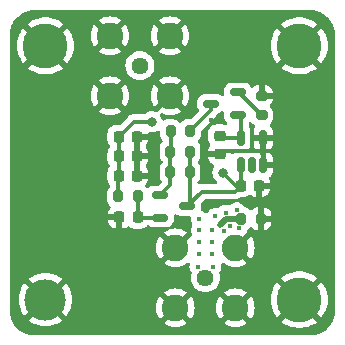
<source format=gtl>
%TF.GenerationSoftware,KiCad,Pcbnew,7.0.6*%
%TF.CreationDate,2023-08-28T22:53:50+01:00*%
%TF.ProjectId,SiPM Bias,5369504d-2042-4696-9173-2e6b69636164,rev?*%
%TF.SameCoordinates,Original*%
%TF.FileFunction,Copper,L1,Top*%
%TF.FilePolarity,Positive*%
%FSLAX46Y46*%
G04 Gerber Fmt 4.6, Leading zero omitted, Abs format (unit mm)*
G04 Created by KiCad (PCBNEW 7.0.6) date 2023-08-28 22:53:50*
%MOMM*%
%LPD*%
G01*
G04 APERTURE LIST*
G04 Aperture macros list*
%AMRoundRect*
0 Rectangle with rounded corners*
0 $1 Rounding radius*
0 $2 $3 $4 $5 $6 $7 $8 $9 X,Y pos of 4 corners*
0 Add a 4 corners polygon primitive as box body*
4,1,4,$2,$3,$4,$5,$6,$7,$8,$9,$2,$3,0*
0 Add four circle primitives for the rounded corners*
1,1,$1+$1,$2,$3*
1,1,$1+$1,$4,$5*
1,1,$1+$1,$6,$7*
1,1,$1+$1,$8,$9*
0 Add four rect primitives between the rounded corners*
20,1,$1+$1,$2,$3,$4,$5,0*
20,1,$1+$1,$4,$5,$6,$7,0*
20,1,$1+$1,$6,$7,$8,$9,0*
20,1,$1+$1,$8,$9,$2,$3,0*%
G04 Aperture macros list end*
%TA.AperFunction,ComponentPad*%
%ADD10C,3.800000*%
%TD*%
%TA.AperFunction,ComponentPad*%
%ADD11C,3.500000*%
%TD*%
%TA.AperFunction,SMDPad,CuDef*%
%ADD12RoundRect,0.150000X0.512500X0.150000X-0.512500X0.150000X-0.512500X-0.150000X0.512500X-0.150000X0*%
%TD*%
%TA.AperFunction,SMDPad,CuDef*%
%ADD13RoundRect,0.150000X0.150000X-0.512500X0.150000X0.512500X-0.150000X0.512500X-0.150000X-0.512500X0*%
%TD*%
%TA.AperFunction,SMDPad,CuDef*%
%ADD14RoundRect,0.200000X-0.200000X-0.275000X0.200000X-0.275000X0.200000X0.275000X-0.200000X0.275000X0*%
%TD*%
%TA.AperFunction,ComponentPad*%
%ADD15C,1.440000*%
%TD*%
%TA.AperFunction,ComponentPad*%
%ADD16C,2.250000*%
%TD*%
%TA.AperFunction,SMDPad,CuDef*%
%ADD17RoundRect,0.225000X-0.225000X-0.250000X0.225000X-0.250000X0.225000X0.250000X-0.225000X0.250000X0*%
%TD*%
%TA.AperFunction,SMDPad,CuDef*%
%ADD18RoundRect,0.225000X-0.250000X0.225000X-0.250000X-0.225000X0.250000X-0.225000X0.250000X0.225000X0*%
%TD*%
%TA.AperFunction,SMDPad,CuDef*%
%ADD19RoundRect,0.150000X-0.512500X-0.150000X0.512500X-0.150000X0.512500X0.150000X-0.512500X0.150000X0*%
%TD*%
%TA.AperFunction,SMDPad,CuDef*%
%ADD20RoundRect,0.200000X0.275000X-0.200000X0.275000X0.200000X-0.275000X0.200000X-0.275000X-0.200000X0*%
%TD*%
%TA.AperFunction,SMDPad,CuDef*%
%ADD21RoundRect,0.200000X0.200000X0.275000X-0.200000X0.275000X-0.200000X-0.275000X0.200000X-0.275000X0*%
%TD*%
%TA.AperFunction,SMDPad,CuDef*%
%ADD22RoundRect,0.225000X0.225000X0.250000X-0.225000X0.250000X-0.225000X-0.250000X0.225000X-0.250000X0*%
%TD*%
%TA.AperFunction,ViaPad*%
%ADD23C,0.400000*%
%TD*%
%TA.AperFunction,ViaPad*%
%ADD24C,0.800000*%
%TD*%
%TA.AperFunction,Conductor*%
%ADD25C,0.300000*%
%TD*%
%TA.AperFunction,Conductor*%
%ADD26C,0.500000*%
%TD*%
G04 APERTURE END LIST*
D10*
%TO.P,REF\u002A\u002A,1*%
%TO.N,GND*%
X160400001Y-80700001D03*
%TD*%
%TO.P,REF\u002A\u002A,1*%
%TO.N,GND*%
X138900001Y-80700001D03*
%TD*%
D11*
%TO.P,REF\u002A\u002A,1*%
%TO.N,GND*%
X138900001Y-102200001D03*
%TD*%
D10*
%TO.P,REF\u002A\u002A,1*%
%TO.N,GND*%
X160400001Y-102200001D03*
%TD*%
D12*
%TO.P,Q1,3,C*%
%TO.N,Net-(Q1-C)*%
X152912501Y-85600001D03*
%TO.P,Q1,2,E*%
%TO.N,Net-(Q1-E)*%
X155187501Y-84650001D03*
%TO.P,Q1,1,B*%
%TO.N,Net-(Q1-B)*%
X155187501Y-86550001D03*
%TD*%
D13*
%TO.P,U1,5,OUT*%
%TO.N,Net-(Q1-B)*%
X155450001Y-88512501D03*
%TO.P,U1,4,GND*%
%TO.N,GND*%
X157350001Y-88512501D03*
%TO.P,U1,3,GND*%
X157350001Y-90787501D03*
%TO.P,U1,2,NC*%
%TO.N,unconnected-(U1-NC-Pad2)*%
X156400001Y-90787501D03*
%TO.P,U1,1,IN*%
%TO.N,BIAS*%
X155450001Y-90787501D03*
%TD*%
D14*
%TO.P,R5,1*%
%TO.N,SiPM*%
X155475000Y-95350000D03*
%TO.P,R5,2*%
%TO.N,GND*%
X157125000Y-95350000D03*
%TD*%
D15*
%TO.P,J3,1,In*%
%TO.N,SiPM*%
X152450000Y-100350000D03*
D16*
%TO.P,J3,2,Ext*%
%TO.N,GND*%
X154990000Y-102890000D03*
X154990000Y-97810000D03*
X149910000Y-102890000D03*
X149910000Y-97810000D03*
%TD*%
%TO.P,J2,2,Ext*%
%TO.N,GND*%
X144360000Y-79860000D03*
X144360000Y-84940000D03*
X149440000Y-79860000D03*
X149440000Y-84940000D03*
D15*
%TO.P,J2,1,In*%
%TO.N,BIAS*%
X146900000Y-82400000D03*
%TD*%
D17*
%TO.P,C6,1*%
%TO.N,Net-(D1-C)*%
X145100002Y-88412503D03*
%TO.P,C6,2*%
%TO.N,GND*%
X146650002Y-88412503D03*
%TD*%
%TO.P,C4,1*%
%TO.N,Net-(D1-C)*%
X145100001Y-91712502D03*
%TO.P,C4,2*%
%TO.N,GND*%
X146650001Y-91712502D03*
%TD*%
D18*
%TO.P,C2,1*%
%TO.N,Net-(Q1-B)*%
X153650001Y-88325001D03*
%TO.P,C2,2*%
%TO.N,GND*%
X153650001Y-89875001D03*
%TD*%
D14*
%TO.P,R2,2*%
%TO.N,Net-(Q1-C)*%
X151150001Y-87912502D03*
%TO.P,R2,1*%
%TO.N,Net-(Q2-B)*%
X149500001Y-87912502D03*
%TD*%
D19*
%TO.P,Q2,3,C*%
%TO.N,BIAS*%
X150887501Y-94312501D03*
%TO.P,Q2,2,E*%
%TO.N,Net-(Q2-E)*%
X148612501Y-95262501D03*
%TO.P,Q2,1,B*%
%TO.N,Net-(Q2-B)*%
X148612501Y-93362501D03*
%TD*%
D20*
%TO.P,R3,1*%
%TO.N,Net-(Q1-E)*%
X157200001Y-86612502D03*
%TO.P,R3,2*%
%TO.N,GND*%
X157200001Y-84962502D03*
%TD*%
D21*
%TO.P,R4,1*%
%TO.N,Net-(Q2-E)*%
X146700001Y-93462502D03*
%TO.P,R4,2*%
%TO.N,Net-(D1-C)*%
X145050001Y-93462502D03*
%TD*%
%TO.P,R1,2*%
%TO.N,Net-(Q2-B)*%
X149475002Y-91412503D03*
%TO.P,R1,1*%
%TO.N,BIAS*%
X151125002Y-91412503D03*
%TD*%
D17*
%TO.P,C1,2*%
%TO.N,GND*%
X156975001Y-92550001D03*
%TO.P,C1,1*%
%TO.N,BIAS*%
X155425001Y-92550001D03*
%TD*%
%TO.P,C5,1*%
%TO.N,Net-(D1-C)*%
X145100002Y-90062502D03*
%TO.P,C5,2*%
%TO.N,GND*%
X146650002Y-90062502D03*
%TD*%
D21*
%TO.P,TH1,1*%
%TO.N,BIAS*%
X151125002Y-89662503D03*
%TO.P,TH1,2*%
%TO.N,Net-(Q2-B)*%
X149475002Y-89662503D03*
%TD*%
D22*
%TO.P,C3,1*%
%TO.N,Net-(Q2-E)*%
X146700001Y-95212503D03*
%TO.P,C3,2*%
%TO.N,GND*%
X145150001Y-95212503D03*
%TD*%
D23*
%TO.N,GND*%
X147900001Y-92300001D03*
X152950001Y-87000001D03*
D24*
X159500001Y-89600001D03*
D23*
%TO.N,*%
X153250000Y-95150000D03*
X154150000Y-94850000D03*
X155100000Y-94650000D03*
X155300000Y-96100000D03*
X154500001Y-96000001D03*
X154050000Y-96400000D03*
X153000000Y-96350000D03*
X153000000Y-97350000D03*
X153000000Y-98350000D03*
X153100000Y-99400000D03*
X151800000Y-99400000D03*
X151900000Y-98350000D03*
X151900000Y-97350000D03*
X151900000Y-96350000D03*
X151900000Y-95350000D03*
%TO.N,SiPM*%
X153650000Y-95850000D03*
D24*
%TO.N,BIAS*%
X153950001Y-91450001D03*
%TO.N,Net-(D1-C)*%
X147900001Y-87150001D03*
%TD*%
D25*
%TO.N,GND*%
X153925001Y-89600001D02*
X159500001Y-89600001D01*
X153650001Y-89875001D02*
X153925001Y-89600001D01*
D26*
%TO.N,SiPM*%
X154150000Y-95350000D02*
X153650000Y-95850000D01*
X155475000Y-95350000D02*
X154150000Y-95350000D01*
D25*
%TO.N,BIAS*%
X151125001Y-94075001D02*
X150887501Y-94312501D01*
X151125001Y-89662503D02*
X151125001Y-94075001D01*
X152150001Y-93050001D02*
X154925001Y-93050001D01*
X154925001Y-93050001D02*
X155425001Y-92550001D01*
X150887501Y-94312501D02*
X152150001Y-93050001D01*
X155050001Y-92550001D02*
X153950001Y-91450001D01*
X155425001Y-92550001D02*
X155050001Y-92550001D01*
%TO.N,Net-(Q1-E)*%
X155237500Y-84650001D02*
X157200001Y-86612502D01*
X155187501Y-84650001D02*
X155237500Y-84650001D01*
%TO.N,BIAS*%
X155425001Y-90812501D02*
X155450001Y-90787501D01*
X155425001Y-92550001D02*
X155425001Y-90812501D01*
%TO.N,Net-(Q1-B)*%
X153837501Y-88512501D02*
X153650001Y-88325001D01*
X155450001Y-88512501D02*
X153837501Y-88512501D01*
X155450001Y-86812501D02*
X155187501Y-86550001D01*
X155450001Y-88512501D02*
X155450001Y-86812501D01*
%TO.N,Net-(Q1-C)*%
X152912501Y-86150002D02*
X151150001Y-87912502D01*
X152912501Y-85600001D02*
X152912501Y-86150002D01*
%TO.N,Net-(D1-C)*%
X146362504Y-87150001D02*
X147900001Y-87150001D01*
X145100002Y-88412503D02*
X146362504Y-87150001D01*
%TO.N,Net-(Q2-E)*%
X146749999Y-95262503D02*
X146700001Y-95212504D01*
X148612500Y-95262503D02*
X146749999Y-95262503D01*
%TO.N,Net-(D1-C)*%
X145100000Y-90062502D02*
X145100000Y-88412503D01*
X145100001Y-91712501D02*
X145100000Y-90062502D01*
X145050001Y-91762503D02*
X145100001Y-91712501D01*
X145050001Y-93462502D02*
X145050001Y-91762503D01*
%TO.N,Net-(Q2-E)*%
X146700001Y-95212504D02*
X146700001Y-93462502D01*
%TO.N,Net-(Q2-B)*%
X149475001Y-92500002D02*
X148612500Y-93362503D01*
X149475001Y-91412501D02*
X149475001Y-92500002D01*
X149475002Y-89662503D02*
X149475001Y-91412501D01*
X149500001Y-89637503D02*
X149475002Y-89662503D01*
X149500001Y-87912502D02*
X149500001Y-89637503D01*
%TD*%
%TA.AperFunction,Conductor*%
%TO.N,GND*%
G36*
X148536476Y-87890254D02*
G01*
X148585171Y-87940360D01*
X148599501Y-87998227D01*
X148599501Y-88244115D01*
X148605914Y-88314694D01*
X148605914Y-88314696D01*
X148605915Y-88314698D01*
X148656523Y-88477108D01*
X148744529Y-88622687D01*
X148809164Y-88687322D01*
X148842648Y-88748643D01*
X148837664Y-88818335D01*
X148809164Y-88862683D01*
X148719531Y-88952316D01*
X148631524Y-89097896D01*
X148580915Y-89260310D01*
X148575784Y-89316778D01*
X148574502Y-89330887D01*
X148574502Y-89994119D01*
X148576364Y-90014606D01*
X148580915Y-90064695D01*
X148580915Y-90064697D01*
X148580916Y-90064699D01*
X148631524Y-90227109D01*
X148719530Y-90372688D01*
X148788183Y-90441341D01*
X148821667Y-90502662D01*
X148824501Y-90529021D01*
X148824501Y-90545983D01*
X148804816Y-90613022D01*
X148788183Y-90633663D01*
X148719532Y-90702315D01*
X148719530Y-90702317D01*
X148631524Y-90847896D01*
X148580915Y-91010310D01*
X148574502Y-91080889D01*
X148574502Y-91744116D01*
X148580915Y-91814695D01*
X148580915Y-91814697D01*
X148580916Y-91814699D01*
X148631524Y-91977109D01*
X148713274Y-92112340D01*
X148719532Y-92122691D01*
X148738266Y-92141424D01*
X148771753Y-92202746D01*
X148766770Y-92272438D01*
X148738268Y-92316788D01*
X148529375Y-92525682D01*
X148468052Y-92559167D01*
X148441694Y-92562001D01*
X148034305Y-92562001D01*
X147997433Y-92564902D01*
X147997427Y-92564903D01*
X147839607Y-92610755D01*
X147839604Y-92610756D01*
X147698138Y-92694418D01*
X147698133Y-92694422D01*
X147635535Y-92757019D01*
X147574211Y-92790503D01*
X147504520Y-92785517D01*
X147460174Y-92757017D01*
X147370663Y-92667506D01*
X147337178Y-92606183D01*
X147342162Y-92536491D01*
X147370663Y-92492143D01*
X147447577Y-92415229D01*
X147536543Y-92270994D01*
X147536548Y-92270983D01*
X147589856Y-92110108D01*
X147600000Y-92010824D01*
X147600001Y-92010811D01*
X147600001Y-91962502D01*
X146524001Y-91962502D01*
X146456962Y-91942817D01*
X146411207Y-91890013D01*
X146400001Y-91838502D01*
X146400001Y-91462502D01*
X146900001Y-91462502D01*
X147600000Y-91462502D01*
X147600000Y-91414194D01*
X147599999Y-91414179D01*
X147589856Y-91314894D01*
X147536548Y-91154020D01*
X147536543Y-91154009D01*
X147447576Y-91009773D01*
X147447573Y-91009769D01*
X147412987Y-90975183D01*
X147379502Y-90913860D01*
X147384486Y-90844168D01*
X147412988Y-90799820D01*
X147447575Y-90765233D01*
X147447577Y-90765230D01*
X147536544Y-90620994D01*
X147536549Y-90620983D01*
X147589857Y-90460108D01*
X147600001Y-90360824D01*
X147600002Y-90360811D01*
X147600002Y-90312502D01*
X146900002Y-90312502D01*
X146900002Y-91026139D01*
X146900001Y-91026142D01*
X146900001Y-91462502D01*
X146400001Y-91462502D01*
X146400001Y-90748865D01*
X146400002Y-90748861D01*
X146400002Y-88662503D01*
X146900002Y-88662503D01*
X146900002Y-89812502D01*
X147600001Y-89812502D01*
X147600001Y-89764194D01*
X147600000Y-89764179D01*
X147589857Y-89664894D01*
X147536549Y-89504020D01*
X147536544Y-89504009D01*
X147447577Y-89359773D01*
X147447574Y-89359769D01*
X147412988Y-89325183D01*
X147379503Y-89263860D01*
X147384487Y-89194168D01*
X147412989Y-89149820D01*
X147447575Y-89115234D01*
X147447577Y-89115231D01*
X147536544Y-88970995D01*
X147536549Y-88970984D01*
X147589857Y-88810109D01*
X147600001Y-88710825D01*
X147600002Y-88710812D01*
X147600002Y-88662503D01*
X146900002Y-88662503D01*
X146400002Y-88662503D01*
X146400002Y-88286503D01*
X146419687Y-88219464D01*
X146472491Y-88173709D01*
X146524002Y-88162503D01*
X147600001Y-88162503D01*
X147600001Y-88159978D01*
X147619686Y-88092939D01*
X147672490Y-88047184D01*
X147741648Y-88037240D01*
X147749756Y-88038683D01*
X147805355Y-88050501D01*
X147805357Y-88050501D01*
X147994645Y-88050501D01*
X147994647Y-88050501D01*
X148179804Y-88011145D01*
X148352731Y-87934152D01*
X148377344Y-87916270D01*
X148402616Y-87897909D01*
X148468422Y-87874429D01*
X148536476Y-87890254D01*
G37*
%TD.AperFunction*%
%TA.AperFunction,Conductor*%
G36*
X153958051Y-86258060D02*
G01*
X154008297Y-86306610D01*
X154024501Y-86367896D01*
X154024501Y-86765697D01*
X154027402Y-86802568D01*
X154027403Y-86802574D01*
X154073255Y-86960394D01*
X154073256Y-86960397D01*
X154156918Y-87101863D01*
X154156924Y-87101871D01*
X154264015Y-87208962D01*
X154297500Y-87270285D01*
X154292516Y-87339977D01*
X154250644Y-87395910D01*
X154185180Y-87420327D01*
X154137330Y-87414349D01*
X154047710Y-87384652D01*
X153948347Y-87374501D01*
X153351663Y-87374501D01*
X153351645Y-87374502D01*
X153252293Y-87384651D01*
X153252290Y-87384652D01*
X153091306Y-87437997D01*
X153091295Y-87438002D01*
X152946960Y-87527030D01*
X152946956Y-87527033D01*
X152827033Y-87646956D01*
X152827030Y-87646960D01*
X152738002Y-87791295D01*
X152737997Y-87791306D01*
X152684652Y-87952291D01*
X152674501Y-88051648D01*
X152674501Y-88598338D01*
X152674502Y-88598356D01*
X152684651Y-88697708D01*
X152684652Y-88697711D01*
X152737997Y-88858695D01*
X152738002Y-88858706D01*
X152827030Y-89003041D01*
X152827033Y-89003045D01*
X152836661Y-89012673D01*
X152870146Y-89073996D01*
X152865162Y-89143688D01*
X152836664Y-89188032D01*
X152827429Y-89197266D01*
X152827425Y-89197272D01*
X152738458Y-89341508D01*
X152738453Y-89341519D01*
X152685145Y-89502394D01*
X152675001Y-89601678D01*
X152675001Y-89625001D01*
X153776001Y-89625001D01*
X153843040Y-89644686D01*
X153888795Y-89697490D01*
X153900001Y-89749001D01*
X153900001Y-90001001D01*
X153880316Y-90068040D01*
X153827512Y-90113795D01*
X153776001Y-90125001D01*
X152675002Y-90125001D01*
X152675002Y-90148323D01*
X152685145Y-90247608D01*
X152738453Y-90408482D01*
X152738458Y-90408493D01*
X152827425Y-90552729D01*
X152827428Y-90552733D01*
X152947268Y-90672573D01*
X152947272Y-90672576D01*
X153091508Y-90761543D01*
X153091521Y-90761549D01*
X153128465Y-90773791D01*
X153185910Y-90813563D01*
X153212734Y-90878079D01*
X153200419Y-90946855D01*
X153196850Y-90953496D01*
X153122821Y-91081719D01*
X153122819Y-91081723D01*
X153064328Y-91261741D01*
X153064327Y-91261745D01*
X153044541Y-91450001D01*
X153064327Y-91638257D01*
X153064328Y-91638260D01*
X153122819Y-91818278D01*
X153122822Y-91818285D01*
X153217468Y-91982217D01*
X153243246Y-92010846D01*
X153334631Y-92112340D01*
X153344130Y-92122889D01*
X153384739Y-92152393D01*
X153416107Y-92175183D01*
X153458772Y-92230513D01*
X153464751Y-92300126D01*
X153432145Y-92361921D01*
X153371306Y-92396279D01*
X153343221Y-92399501D01*
X152235507Y-92399501D01*
X152219496Y-92397733D01*
X152219474Y-92397975D01*
X152211707Y-92397240D01*
X152139784Y-92399501D01*
X152109076Y-92399501D01*
X152109072Y-92399501D01*
X152109061Y-92399502D01*
X152101805Y-92400418D01*
X152095987Y-92400876D01*
X152047434Y-92402402D01*
X152036434Y-92405598D01*
X152027041Y-92408326D01*
X152007997Y-92412269D01*
X151986943Y-92414930D01*
X151964031Y-92424001D01*
X151945145Y-92431478D01*
X151875566Y-92437852D01*
X151813587Y-92405598D01*
X151778885Y-92344955D01*
X151775501Y-92316184D01*
X151775501Y-92279023D01*
X151795186Y-92211984D01*
X151811815Y-92191346D01*
X151880474Y-92122688D01*
X151968480Y-91977109D01*
X152019088Y-91814699D01*
X152025502Y-91744119D01*
X152025502Y-91080887D01*
X152019088Y-91010307D01*
X151968480Y-90847897D01*
X151880474Y-90702318D01*
X151880472Y-90702316D01*
X151880471Y-90702314D01*
X151811820Y-90633663D01*
X151778335Y-90572340D01*
X151775501Y-90545982D01*
X151775501Y-90529023D01*
X151795186Y-90461984D01*
X151811815Y-90441346D01*
X151880474Y-90372688D01*
X151968480Y-90227109D01*
X152019088Y-90064699D01*
X152025502Y-89994119D01*
X152025502Y-89330887D01*
X152019088Y-89260307D01*
X151968480Y-89097897D01*
X151880474Y-88952318D01*
X151880472Y-88952316D01*
X151880471Y-88952314D01*
X151815839Y-88887682D01*
X151782354Y-88826359D01*
X151787338Y-88756667D01*
X151815838Y-88712321D01*
X151905473Y-88622687D01*
X151993479Y-88477108D01*
X152044087Y-88314698D01*
X152050501Y-88244118D01*
X152050501Y-87983309D01*
X152070186Y-87916270D01*
X152086815Y-87895633D01*
X153312014Y-86670433D01*
X153324580Y-86660367D01*
X153324426Y-86660180D01*
X153330438Y-86655206D01*
X153330438Y-86655205D01*
X153330441Y-86655204D01*
X153379691Y-86602757D01*
X153401412Y-86581037D01*
X153405902Y-86575247D01*
X153409684Y-86570817D01*
X153442949Y-86535395D01*
X153453175Y-86516792D01*
X153463854Y-86500535D01*
X153476863Y-86483766D01*
X153489045Y-86455612D01*
X153533733Y-86401903D01*
X153568247Y-86385780D01*
X153685399Y-86351745D01*
X153826866Y-86268082D01*
X153826865Y-86268082D01*
X153833581Y-86264111D01*
X153834656Y-86265929D01*
X153889533Y-86244382D01*
X153958051Y-86258060D01*
G37*
%TD.AperFunction*%
%TA.AperFunction,Conductor*%
G36*
X154817294Y-89464864D02*
G01*
X154833716Y-89478663D01*
X154898130Y-89543077D01*
X154898141Y-89543086D01*
X154898456Y-89543272D01*
X154898651Y-89543481D01*
X154904299Y-89547862D01*
X154903592Y-89548773D01*
X154946137Y-89594344D01*
X154958638Y-89663086D01*
X154931989Y-89727674D01*
X154904079Y-89751857D01*
X154904299Y-89752140D01*
X154899093Y-89756177D01*
X154898456Y-89756730D01*
X154898141Y-89756915D01*
X154898134Y-89756921D01*
X154836681Y-89818374D01*
X154775357Y-89851858D01*
X154705666Y-89846873D01*
X154649732Y-89805002D01*
X154625316Y-89739537D01*
X154625000Y-89730692D01*
X154625000Y-89601693D01*
X154624999Y-89601677D01*
X154622677Y-89578946D01*
X154635447Y-89510253D01*
X154683327Y-89459369D01*
X154751117Y-89442448D01*
X154817294Y-89464864D01*
G37*
%TD.AperFunction*%
%TA.AperFunction,Conductor*%
G36*
X161402019Y-77700634D02*
G01*
X161483746Y-77705990D01*
X161492953Y-77706648D01*
X161665442Y-77718983D01*
X161673089Y-77720014D01*
X161789604Y-77743190D01*
X161933632Y-77774523D01*
X161940370Y-77776393D01*
X162059370Y-77816788D01*
X162059494Y-77816830D01*
X162191731Y-77866152D01*
X162197468Y-77868628D01*
X162299442Y-77918917D01*
X162312993Y-77925600D01*
X162434891Y-77992161D01*
X162439618Y-77995023D01*
X162546695Y-78066568D01*
X162549362Y-78068456D01*
X162658638Y-78150259D01*
X162662333Y-78153255D01*
X162759532Y-78238496D01*
X162762470Y-78241248D01*
X162821223Y-78300001D01*
X162858734Y-78337512D01*
X162861508Y-78340474D01*
X162901604Y-78386194D01*
X162946740Y-78437663D01*
X162949752Y-78441378D01*
X163031535Y-78550629D01*
X163033453Y-78553339D01*
X163104972Y-78660374D01*
X163107838Y-78665108D01*
X163174400Y-78787007D01*
X163231362Y-78902515D01*
X163233848Y-78908273D01*
X163283175Y-79040520D01*
X163323601Y-79159614D01*
X163325476Y-79166369D01*
X163356822Y-79310468D01*
X163379982Y-79426897D01*
X163381017Y-79434578D01*
X163393994Y-79616018D01*
X163399368Y-79697999D01*
X163399501Y-79702056D01*
X163399501Y-103197976D01*
X163399368Y-103202033D01*
X163394018Y-103283649D01*
X163381016Y-103465438D01*
X163379981Y-103473118D01*
X163356842Y-103589447D01*
X163325475Y-103733635D01*
X163323601Y-103740389D01*
X163283195Y-103859425D01*
X163271907Y-103889691D01*
X163233844Y-103991738D01*
X163231358Y-103997496D01*
X163174415Y-104112965D01*
X163107827Y-104234911D01*
X163104961Y-104239645D01*
X163033469Y-104346640D01*
X163031551Y-104349350D01*
X162949744Y-104458633D01*
X162946723Y-104462359D01*
X162861530Y-104559503D01*
X162858756Y-104562464D01*
X162762464Y-104658756D01*
X162759503Y-104661530D01*
X162662359Y-104746723D01*
X162658633Y-104749744D01*
X162549350Y-104831551D01*
X162546640Y-104833469D01*
X162439645Y-104904961D01*
X162434911Y-104907827D01*
X162312965Y-104974415D01*
X162197496Y-105031358D01*
X162191738Y-105033844D01*
X162089691Y-105071907D01*
X162059425Y-105083195D01*
X161940389Y-105123601D01*
X161933635Y-105125475D01*
X161789447Y-105156842D01*
X161673118Y-105179981D01*
X161665438Y-105181016D01*
X161483649Y-105194018D01*
X161432583Y-105197365D01*
X161402026Y-105199368D01*
X161397977Y-105199501D01*
X137902025Y-105199501D01*
X137897975Y-105199368D01*
X137879293Y-105198143D01*
X137816451Y-105194024D01*
X137634545Y-105181013D01*
X137626866Y-105179978D01*
X137510689Y-105156869D01*
X137366335Y-105125467D01*
X137359579Y-105123592D01*
X137240641Y-105083218D01*
X137223127Y-105076685D01*
X137108236Y-105033832D01*
X137102478Y-105031346D01*
X136987089Y-104974443D01*
X136865073Y-104907817D01*
X136860339Y-104904951D01*
X136803427Y-104866924D01*
X136753359Y-104833469D01*
X136750680Y-104831572D01*
X136641336Y-104749719D01*
X136637635Y-104746719D01*
X136540518Y-104661549D01*
X136537557Y-104658775D01*
X136441225Y-104562445D01*
X136438461Y-104559493D01*
X136353284Y-104462368D01*
X136350271Y-104458652D01*
X136347408Y-104454828D01*
X136268435Y-104349331D01*
X136266517Y-104346621D01*
X136263673Y-104342365D01*
X136224133Y-104283188D01*
X136195043Y-104239651D01*
X136192177Y-104234918D01*
X136177871Y-104208719D01*
X136125560Y-104112918D01*
X136102909Y-104066987D01*
X136068650Y-103997516D01*
X136066164Y-103991758D01*
X136046207Y-103938252D01*
X136016797Y-103859404D01*
X135976396Y-103740386D01*
X135974536Y-103733683D01*
X135946769Y-103606040D01*
X135943136Y-103589338D01*
X135927500Y-103510735D01*
X135920018Y-103473118D01*
X135918987Y-103465472D01*
X135905968Y-103283456D01*
X135902193Y-103225851D01*
X135900634Y-103202049D01*
X135900501Y-103197994D01*
X135900501Y-102200001D01*
X136645173Y-102200001D01*
X136664463Y-102494313D01*
X136664465Y-102494325D01*
X136722002Y-102783585D01*
X136722006Y-102783600D01*
X136816813Y-103062889D01*
X136947259Y-103327407D01*
X136947266Y-103327420D01*
X137111123Y-103572649D01*
X137140407Y-103606040D01*
X137964211Y-102782236D01*
X138064895Y-102923625D01*
X138216933Y-103068593D01*
X138319223Y-103134330D01*
X137493960Y-103959593D01*
X137493960Y-103959594D01*
X137527345Y-103988873D01*
X137527349Y-103988876D01*
X137772581Y-104152735D01*
X137772594Y-104152742D01*
X138037112Y-104283188D01*
X138316401Y-104377995D01*
X138316416Y-104377999D01*
X138605676Y-104435536D01*
X138605688Y-104435538D01*
X138900001Y-104454828D01*
X139194313Y-104435538D01*
X139194325Y-104435536D01*
X139483585Y-104377999D01*
X139483600Y-104377995D01*
X139762889Y-104283188D01*
X140027407Y-104152742D01*
X140027420Y-104152735D01*
X140272651Y-103988878D01*
X140306040Y-103959594D01*
X140306041Y-103959593D01*
X139483307Y-103136860D01*
X139497411Y-103129590D01*
X139662541Y-102999730D01*
X139800111Y-102840966D01*
X139834666Y-102781114D01*
X140659593Y-103606041D01*
X140659594Y-103606040D01*
X140688878Y-103572651D01*
X140852735Y-103327420D01*
X140852742Y-103327407D01*
X140983188Y-103062889D01*
X141041877Y-102890000D01*
X148279975Y-102890000D01*
X148300042Y-103144989D01*
X148359752Y-103393702D01*
X148457634Y-103630012D01*
X148457636Y-103630015D01*
X148591275Y-103848095D01*
X148591286Y-103848110D01*
X148594533Y-103851911D01*
X148594535Y-103851911D01*
X149158766Y-103287679D01*
X149202316Y-103369822D01*
X149322009Y-103510735D01*
X149469195Y-103622623D01*
X149511402Y-103642150D01*
X148948087Y-104205464D01*
X148948087Y-104205465D01*
X148951888Y-104208712D01*
X148951898Y-104208719D01*
X149169984Y-104342363D01*
X149169987Y-104342365D01*
X149406297Y-104440247D01*
X149655011Y-104499957D01*
X149655010Y-104499957D01*
X149910000Y-104520024D01*
X150164989Y-104499957D01*
X150413702Y-104440247D01*
X150650012Y-104342365D01*
X150650015Y-104342363D01*
X150868103Y-104208719D01*
X150871912Y-104205464D01*
X150308609Y-103642161D01*
X150427431Y-103570669D01*
X150561658Y-103443523D01*
X150664861Y-103291308D01*
X151225464Y-103851912D01*
X151228719Y-103848103D01*
X151362363Y-103630015D01*
X151362365Y-103630012D01*
X151460247Y-103393702D01*
X151519957Y-103144989D01*
X151540024Y-102890000D01*
X153359975Y-102890000D01*
X153380042Y-103144989D01*
X153439752Y-103393702D01*
X153537634Y-103630012D01*
X153537636Y-103630015D01*
X153671275Y-103848095D01*
X153671286Y-103848110D01*
X153674533Y-103851911D01*
X153674535Y-103851911D01*
X154238766Y-103287679D01*
X154282316Y-103369822D01*
X154402009Y-103510735D01*
X154549195Y-103622623D01*
X154591402Y-103642150D01*
X154028087Y-104205464D01*
X154028087Y-104205465D01*
X154031888Y-104208712D01*
X154031898Y-104208719D01*
X154249984Y-104342363D01*
X154249987Y-104342365D01*
X154486297Y-104440247D01*
X154735011Y-104499957D01*
X154735010Y-104499957D01*
X154990000Y-104520024D01*
X155244989Y-104499957D01*
X155493702Y-104440247D01*
X155730012Y-104342365D01*
X155730015Y-104342363D01*
X155948103Y-104208719D01*
X155951912Y-104205464D01*
X155388609Y-103642161D01*
X155507431Y-103570669D01*
X155641658Y-103443523D01*
X155744861Y-103291308D01*
X156305464Y-103851912D01*
X156308719Y-103848103D01*
X156442363Y-103630015D01*
X156442365Y-103630012D01*
X156540247Y-103393702D01*
X156599957Y-103144989D01*
X156620024Y-102890000D01*
X156599957Y-102635010D01*
X156540247Y-102386297D01*
X156463083Y-102200006D01*
X157995256Y-102200006D01*
X158014216Y-102501384D01*
X158014217Y-102501391D01*
X158070806Y-102798041D01*
X158164126Y-103085248D01*
X158164128Y-103085253D01*
X158292705Y-103358492D01*
X158292708Y-103358498D01*
X158454514Y-103613465D01*
X158535313Y-103711134D01*
X159464212Y-102782236D01*
X159564895Y-102923625D01*
X159716933Y-103068593D01*
X159819223Y-103134330D01*
X158886565Y-104066987D01*
X159111475Y-104230394D01*
X159111486Y-104230401D01*
X159376110Y-104375879D01*
X159376118Y-104375883D01*
X159656890Y-104487048D01*
X159656893Y-104487049D01*
X159949400Y-104562151D01*
X160248996Y-104600000D01*
X160249008Y-104600001D01*
X160550994Y-104600001D01*
X160551005Y-104600000D01*
X160850601Y-104562151D01*
X161143108Y-104487049D01*
X161143111Y-104487048D01*
X161423883Y-104375883D01*
X161423891Y-104375879D01*
X161688515Y-104230401D01*
X161688526Y-104230394D01*
X161913434Y-104066987D01*
X161913435Y-104066987D01*
X160983307Y-103136860D01*
X160997411Y-103129590D01*
X161162541Y-102999730D01*
X161300111Y-102840966D01*
X161334666Y-102781113D01*
X162264687Y-103711134D01*
X162345484Y-103613470D01*
X162507293Y-103358498D01*
X162507296Y-103358492D01*
X162635873Y-103085253D01*
X162635875Y-103085248D01*
X162729195Y-102798041D01*
X162785784Y-102501391D01*
X162785785Y-102501384D01*
X162804746Y-102200006D01*
X162804746Y-102199995D01*
X162785785Y-101898617D01*
X162785784Y-101898610D01*
X162729195Y-101601960D01*
X162635875Y-101314753D01*
X162635873Y-101314748D01*
X162507296Y-101041509D01*
X162507293Y-101041503D01*
X162345487Y-100786536D01*
X162264686Y-100688865D01*
X161335788Y-101617764D01*
X161235107Y-101476377D01*
X161083069Y-101331409D01*
X160980778Y-101265670D01*
X161913435Y-100333013D01*
X161688531Y-100169610D01*
X161688521Y-100169603D01*
X161423891Y-100024122D01*
X161423883Y-100024118D01*
X161143111Y-99912953D01*
X161143108Y-99912952D01*
X160850601Y-99837850D01*
X160551005Y-99800001D01*
X160248996Y-99800001D01*
X159949400Y-99837850D01*
X159656893Y-99912952D01*
X159656890Y-99912953D01*
X159376118Y-100024118D01*
X159376110Y-100024122D01*
X159111480Y-100169603D01*
X159111462Y-100169615D01*
X158886566Y-100333011D01*
X158886565Y-100333013D01*
X159816694Y-101263141D01*
X159802591Y-101270412D01*
X159637461Y-101400272D01*
X159499891Y-101559036D01*
X159465335Y-101618887D01*
X158535313Y-100688865D01*
X158454517Y-100786531D01*
X158292708Y-101041503D01*
X158292705Y-101041509D01*
X158164128Y-101314748D01*
X158164126Y-101314753D01*
X158070806Y-101601960D01*
X158014217Y-101898610D01*
X158014216Y-101898617D01*
X157995256Y-102199995D01*
X157995256Y-102200006D01*
X156463083Y-102200006D01*
X156442365Y-102149987D01*
X156442363Y-102149984D01*
X156308719Y-101931898D01*
X156308712Y-101931888D01*
X156305465Y-101928087D01*
X156305464Y-101928087D01*
X155741232Y-102492319D01*
X155697684Y-102410178D01*
X155577991Y-102269265D01*
X155430805Y-102157377D01*
X155388596Y-102137849D01*
X155951911Y-101574535D01*
X155951911Y-101574533D01*
X155948110Y-101571286D01*
X155948095Y-101571275D01*
X155730015Y-101437636D01*
X155730012Y-101437634D01*
X155493702Y-101339752D01*
X155244988Y-101280042D01*
X155244989Y-101280042D01*
X154990000Y-101259975D01*
X154735010Y-101280042D01*
X154486297Y-101339752D01*
X154249987Y-101437634D01*
X154249984Y-101437636D01*
X154031897Y-101571280D01*
X154028087Y-101574534D01*
X154591390Y-102137838D01*
X154472569Y-102209331D01*
X154338342Y-102336477D01*
X154235139Y-102488690D01*
X153674534Y-101928087D01*
X153671280Y-101931897D01*
X153537636Y-102149984D01*
X153537634Y-102149987D01*
X153439752Y-102386297D01*
X153380042Y-102635010D01*
X153359975Y-102890000D01*
X151540024Y-102890000D01*
X151519957Y-102635010D01*
X151460247Y-102386297D01*
X151362365Y-102149987D01*
X151362363Y-102149984D01*
X151228719Y-101931898D01*
X151228712Y-101931888D01*
X151225465Y-101928087D01*
X151225464Y-101928087D01*
X150661232Y-102492319D01*
X150617684Y-102410178D01*
X150497991Y-102269265D01*
X150350805Y-102157377D01*
X150308597Y-102137849D01*
X150871911Y-101574535D01*
X150871911Y-101574533D01*
X150868110Y-101571286D01*
X150868095Y-101571275D01*
X150650015Y-101437636D01*
X150650012Y-101437634D01*
X150413702Y-101339752D01*
X150164988Y-101280042D01*
X150164989Y-101280042D01*
X149910000Y-101259975D01*
X149655010Y-101280042D01*
X149406297Y-101339752D01*
X149169987Y-101437634D01*
X149169984Y-101437636D01*
X148951897Y-101571280D01*
X148948087Y-101574534D01*
X149511390Y-102137837D01*
X149392569Y-102209331D01*
X149258342Y-102336477D01*
X149155138Y-102488691D01*
X148594534Y-101928087D01*
X148591280Y-101931897D01*
X148457636Y-102149984D01*
X148457634Y-102149987D01*
X148359752Y-102386297D01*
X148300042Y-102635010D01*
X148279975Y-102890000D01*
X141041877Y-102890000D01*
X141077995Y-102783600D01*
X141077999Y-102783585D01*
X141135536Y-102494325D01*
X141135538Y-102494313D01*
X141154828Y-102200001D01*
X141135538Y-101905688D01*
X141135536Y-101905676D01*
X141077999Y-101616416D01*
X141077995Y-101616401D01*
X140983188Y-101337112D01*
X140852742Y-101072594D01*
X140852735Y-101072581D01*
X140688876Y-100827349D01*
X140688873Y-100827345D01*
X140659594Y-100793960D01*
X140659593Y-100793960D01*
X139835789Y-101617764D01*
X139735107Y-101476377D01*
X139583069Y-101331409D01*
X139480778Y-101265670D01*
X140306040Y-100440407D01*
X140272649Y-100411123D01*
X140027420Y-100247266D01*
X140027407Y-100247259D01*
X139762889Y-100116813D01*
X139483600Y-100022006D01*
X139483585Y-100022002D01*
X139194325Y-99964465D01*
X139194313Y-99964463D01*
X138900001Y-99945173D01*
X138605688Y-99964463D01*
X138605676Y-99964465D01*
X138316416Y-100022002D01*
X138316401Y-100022006D01*
X138037112Y-100116813D01*
X137772594Y-100247259D01*
X137772581Y-100247266D01*
X137527351Y-100411124D01*
X137493959Y-100440407D01*
X138316694Y-101263141D01*
X138302591Y-101270412D01*
X138137461Y-101400272D01*
X137999891Y-101559036D01*
X137965335Y-101618887D01*
X137140407Y-100793959D01*
X137111124Y-100827351D01*
X136947266Y-101072581D01*
X136947259Y-101072594D01*
X136816813Y-101337112D01*
X136722006Y-101616401D01*
X136722002Y-101616416D01*
X136664465Y-101905676D01*
X136664463Y-101905688D01*
X136645173Y-102200001D01*
X135900501Y-102200001D01*
X135900501Y-95462503D01*
X144200002Y-95462503D01*
X144200002Y-95510825D01*
X144210145Y-95610110D01*
X144263453Y-95770984D01*
X144263458Y-95770995D01*
X144352425Y-95915231D01*
X144352428Y-95915235D01*
X144472268Y-96035075D01*
X144472272Y-96035078D01*
X144616508Y-96124045D01*
X144616519Y-96124050D01*
X144777394Y-96177358D01*
X144876684Y-96187502D01*
X144900001Y-96187501D01*
X144900001Y-95462503D01*
X144200002Y-95462503D01*
X135900501Y-95462503D01*
X135900501Y-93794115D01*
X144149501Y-93794115D01*
X144155914Y-93864694D01*
X144155914Y-93864696D01*
X144155915Y-93864698D01*
X144206523Y-94027108D01*
X144294529Y-94172687D01*
X144404340Y-94282498D01*
X144437824Y-94343819D01*
X144432840Y-94413511D01*
X144404340Y-94457858D01*
X144352428Y-94509770D01*
X144352425Y-94509774D01*
X144263458Y-94654010D01*
X144263453Y-94654021D01*
X144210145Y-94814896D01*
X144200001Y-94914180D01*
X144200001Y-94962503D01*
X145276001Y-94962503D01*
X145343040Y-94982188D01*
X145388795Y-95034992D01*
X145400001Y-95086503D01*
X145400001Y-96187502D01*
X145423309Y-96187502D01*
X145423323Y-96187501D01*
X145522608Y-96177358D01*
X145683482Y-96124050D01*
X145683493Y-96124045D01*
X145827732Y-96035076D01*
X145836960Y-96025848D01*
X145898280Y-95992359D01*
X145967972Y-95997338D01*
X146012328Y-96025842D01*
X146021956Y-96035470D01*
X146021960Y-96035473D01*
X146166295Y-96124501D01*
X146166298Y-96124502D01*
X146166304Y-96124506D01*
X146327293Y-96177852D01*
X146426656Y-96188003D01*
X146973345Y-96188002D01*
X146973353Y-96188001D01*
X146973356Y-96188001D01*
X147040638Y-96181128D01*
X147072709Y-96177852D01*
X147233698Y-96124506D01*
X147378045Y-96035471D01*
X147464194Y-95949322D01*
X147525517Y-95915837D01*
X147551875Y-95913003D01*
X147634489Y-95913003D01*
X147697610Y-95930271D01*
X147698136Y-95930582D01*
X147839603Y-96014245D01*
X147866530Y-96022068D01*
X147997427Y-96060098D01*
X147997430Y-96060098D01*
X147997432Y-96060099D01*
X148009723Y-96061066D01*
X148034305Y-96063001D01*
X148034307Y-96063001D01*
X149190697Y-96063001D01*
X149209132Y-96061550D01*
X149227570Y-96060099D01*
X149276587Y-96045858D01*
X149346454Y-96046057D01*
X149351080Y-96049048D01*
X149382223Y-96016123D01*
X149526860Y-95930586D01*
X149526861Y-95930584D01*
X149526866Y-95930582D01*
X149643082Y-95814366D01*
X149726745Y-95672899D01*
X149771494Y-95518874D01*
X149772598Y-95515074D01*
X149772599Y-95515068D01*
X149775501Y-95478197D01*
X149775501Y-95080396D01*
X149795186Y-95013357D01*
X149847990Y-94967602D01*
X149917148Y-94957658D01*
X149965497Y-94978172D01*
X149966421Y-94976611D01*
X150007035Y-95000629D01*
X150114603Y-95064245D01*
X150156225Y-95076337D01*
X150272427Y-95110098D01*
X150272430Y-95110098D01*
X150272432Y-95110099D01*
X150284723Y-95111066D01*
X150309305Y-95113001D01*
X150309307Y-95113001D01*
X151083165Y-95113001D01*
X151150204Y-95132686D01*
X151195959Y-95185490D01*
X151206261Y-95251948D01*
X151194355Y-95350000D01*
X151214859Y-95518869D01*
X151214860Y-95518874D01*
X151275182Y-95677931D01*
X151345332Y-95779559D01*
X151367215Y-95845913D01*
X151349750Y-95913565D01*
X151345332Y-95920439D01*
X151275183Y-96022068D01*
X151275182Y-96022068D01*
X151214860Y-96181125D01*
X151214859Y-96181130D01*
X151194355Y-96350000D01*
X151214859Y-96518869D01*
X151214860Y-96518874D01*
X151277842Y-96684943D01*
X151276133Y-96685590D01*
X151287958Y-96744647D01*
X151262459Y-96809697D01*
X151252119Y-96821432D01*
X150661232Y-97412319D01*
X150617684Y-97330178D01*
X150497991Y-97189265D01*
X150350805Y-97077377D01*
X150308597Y-97057849D01*
X150871911Y-96494535D01*
X150871911Y-96494533D01*
X150868110Y-96491286D01*
X150868095Y-96491275D01*
X150650015Y-96357636D01*
X150650012Y-96357634D01*
X150413702Y-96259752D01*
X150164988Y-96200042D01*
X150164989Y-96200042D01*
X149910000Y-96179975D01*
X149655010Y-96200042D01*
X149474290Y-96243429D01*
X149404507Y-96239938D01*
X149403969Y-96239553D01*
X149377924Y-96269439D01*
X149358634Y-96279495D01*
X149169983Y-96357636D01*
X148951897Y-96491280D01*
X148948087Y-96494534D01*
X149511390Y-97057837D01*
X149392569Y-97129331D01*
X149258342Y-97256477D01*
X149155138Y-97408691D01*
X148594534Y-96848087D01*
X148591280Y-96851897D01*
X148457636Y-97069984D01*
X148457634Y-97069987D01*
X148359752Y-97306297D01*
X148300042Y-97555010D01*
X148279975Y-97810000D01*
X148300042Y-98064989D01*
X148359752Y-98313702D01*
X148457634Y-98550012D01*
X148457636Y-98550015D01*
X148591275Y-98768095D01*
X148591286Y-98768110D01*
X148594533Y-98771911D01*
X148594535Y-98771911D01*
X149158766Y-98207679D01*
X149202316Y-98289822D01*
X149322009Y-98430735D01*
X149469195Y-98542623D01*
X149511402Y-98562150D01*
X148948087Y-99125464D01*
X148948087Y-99125465D01*
X148951888Y-99128712D01*
X148951898Y-99128719D01*
X149169984Y-99262363D01*
X149169987Y-99262365D01*
X149406297Y-99360247D01*
X149655011Y-99419957D01*
X149655010Y-99419957D01*
X149910000Y-99440024D01*
X150164989Y-99419957D01*
X150413702Y-99360247D01*
X150650012Y-99262365D01*
X150650015Y-99262363D01*
X150868100Y-99128721D01*
X150868101Y-99128720D01*
X150922365Y-99082375D01*
X150986126Y-99053804D01*
X151055212Y-99064241D01*
X151107688Y-99110372D01*
X151126894Y-99177550D01*
X151118839Y-99220635D01*
X151114861Y-99231122D01*
X151114859Y-99231130D01*
X151094355Y-99399999D01*
X151114859Y-99568869D01*
X151114860Y-99568874D01*
X151175182Y-99727931D01*
X151270808Y-99866468D01*
X151292691Y-99932822D01*
X151288533Y-99969001D01*
X151243452Y-100137247D01*
X151243450Y-100137258D01*
X151224838Y-100349998D01*
X151224838Y-100350001D01*
X151243450Y-100562741D01*
X151243452Y-100562752D01*
X151298721Y-100769022D01*
X151298723Y-100769026D01*
X151298724Y-100769030D01*
X151325917Y-100827345D01*
X151388977Y-100962578D01*
X151511472Y-101137521D01*
X151662478Y-101288527D01*
X151662481Y-101288529D01*
X151837419Y-101411021D01*
X151837421Y-101411022D01*
X151837420Y-101411022D01*
X151901936Y-101441106D01*
X152030970Y-101501276D01*
X152237253Y-101556549D01*
X152389215Y-101569843D01*
X152449998Y-101575162D01*
X152450000Y-101575162D01*
X152450002Y-101575162D01*
X152503186Y-101570508D01*
X152662747Y-101556549D01*
X152869030Y-101501276D01*
X153062581Y-101411021D01*
X153237519Y-101288529D01*
X153388529Y-101137519D01*
X153511021Y-100962581D01*
X153601276Y-100769030D01*
X153656549Y-100562747D01*
X153675162Y-100350000D01*
X153656549Y-100137253D01*
X153611466Y-99968999D01*
X153613129Y-99899150D01*
X153629191Y-99866468D01*
X153724818Y-99727930D01*
X153785140Y-99568872D01*
X153805645Y-99400000D01*
X153785140Y-99231128D01*
X153781161Y-99220638D01*
X153775792Y-99150978D01*
X153808937Y-99089470D01*
X153870074Y-99055647D01*
X153939792Y-99060245D01*
X153977633Y-99082374D01*
X154031898Y-99128720D01*
X154031899Y-99128721D01*
X154249984Y-99262363D01*
X154249987Y-99262365D01*
X154486297Y-99360247D01*
X154735011Y-99419957D01*
X154735010Y-99419957D01*
X154990000Y-99440024D01*
X155244989Y-99419957D01*
X155493702Y-99360247D01*
X155730012Y-99262365D01*
X155730015Y-99262363D01*
X155948103Y-99128719D01*
X155951912Y-99125464D01*
X155388609Y-98562161D01*
X155507431Y-98490669D01*
X155641658Y-98363523D01*
X155744861Y-98211309D01*
X156305464Y-98771912D01*
X156308719Y-98768103D01*
X156442363Y-98550015D01*
X156442365Y-98550012D01*
X156540247Y-98313702D01*
X156599957Y-98064989D01*
X156620024Y-97810000D01*
X156599957Y-97555010D01*
X156540247Y-97306297D01*
X156442365Y-97069987D01*
X156442363Y-97069984D01*
X156308719Y-96851898D01*
X156308712Y-96851888D01*
X156305465Y-96848087D01*
X156305464Y-96848087D01*
X155741232Y-97412319D01*
X155697684Y-97330178D01*
X155577991Y-97189265D01*
X155430805Y-97077377D01*
X155388597Y-97057849D01*
X155951911Y-96494535D01*
X155951152Y-96475203D01*
X155940523Y-96458917D01*
X155940029Y-96389049D01*
X155943299Y-96379198D01*
X155976269Y-96292262D01*
X156018446Y-96236561D01*
X156028061Y-96230118D01*
X156110182Y-96180474D01*
X156110186Y-96180471D01*
X156113299Y-96177358D01*
X156212673Y-96077983D01*
X156273994Y-96044499D01*
X156343685Y-96049483D01*
X156388034Y-96077984D01*
X156490122Y-96180072D01*
X156635604Y-96268019D01*
X156635603Y-96268019D01*
X156797894Y-96318590D01*
X156797893Y-96318590D01*
X156868408Y-96324998D01*
X156868426Y-96324999D01*
X156874999Y-96324998D01*
X156875000Y-96324998D01*
X157374999Y-96324998D01*
X157375000Y-96324999D01*
X157381581Y-96324999D01*
X157452102Y-96318591D01*
X157452107Y-96318590D01*
X157614396Y-96268018D01*
X157759877Y-96180072D01*
X157880072Y-96059877D01*
X157968019Y-95914395D01*
X158018590Y-95752106D01*
X158025000Y-95681572D01*
X158025000Y-95600000D01*
X157375000Y-95600000D01*
X157374999Y-96324998D01*
X156875000Y-96324998D01*
X156875000Y-94375000D01*
X157375000Y-94375000D01*
X157375000Y-95100000D01*
X158024999Y-95100000D01*
X158024999Y-95018417D01*
X158018591Y-94947897D01*
X158018590Y-94947892D01*
X157968018Y-94785603D01*
X157880072Y-94640122D01*
X157759877Y-94519927D01*
X157614395Y-94431980D01*
X157614396Y-94431980D01*
X157452105Y-94381409D01*
X157452106Y-94381409D01*
X157381572Y-94375000D01*
X157375000Y-94375000D01*
X156875000Y-94375000D01*
X156874999Y-94374999D01*
X156868436Y-94375000D01*
X156868417Y-94375001D01*
X156797897Y-94381408D01*
X156797892Y-94381409D01*
X156635603Y-94431981D01*
X156490122Y-94519927D01*
X156490121Y-94519928D01*
X156388035Y-94622015D01*
X156326712Y-94655500D01*
X156257020Y-94650516D01*
X156212673Y-94622015D01*
X156110188Y-94519530D01*
X156095672Y-94510755D01*
X155964606Y-94431522D01*
X155802196Y-94380914D01*
X155802192Y-94380913D01*
X155795932Y-94378963D01*
X155796816Y-94376125D01*
X155746361Y-94349666D01*
X155729896Y-94327678D01*
X155729079Y-94328243D01*
X155688370Y-94269266D01*
X155628183Y-94182071D01*
X155531939Y-94096807D01*
X155500849Y-94069263D01*
X155350226Y-93990210D01*
X155185056Y-93949500D01*
X155014944Y-93949500D01*
X154849773Y-93990210D01*
X154699149Y-94069264D01*
X154699147Y-94069265D01*
X154566275Y-94186979D01*
X154503042Y-94216700D01*
X154433779Y-94207516D01*
X154426425Y-94203961D01*
X154400225Y-94190210D01*
X154235056Y-94149500D01*
X154064944Y-94149500D01*
X153899773Y-94190210D01*
X153749150Y-94269263D01*
X153621813Y-94382074D01*
X153588967Y-94429660D01*
X153534684Y-94473650D01*
X153465235Y-94481309D01*
X153457243Y-94479616D01*
X153335056Y-94449500D01*
X153164944Y-94449500D01*
X152999773Y-94490210D01*
X152849150Y-94569263D01*
X152721816Y-94682072D01*
X152625182Y-94822068D01*
X152625182Y-94822069D01*
X152622308Y-94829648D01*
X152580128Y-94885350D01*
X152514530Y-94909405D01*
X152446340Y-94894176D01*
X152424140Y-94878489D01*
X152300852Y-94769266D01*
X152300850Y-94769264D01*
X152150225Y-94690209D01*
X152150222Y-94690208D01*
X152142090Y-94688204D01*
X152081710Y-94653047D01*
X152049922Y-94590827D01*
X152048149Y-94558079D01*
X152050501Y-94528197D01*
X152050501Y-94120808D01*
X152070186Y-94053769D01*
X152086820Y-94033127D01*
X152383128Y-93736820D01*
X152444451Y-93703335D01*
X152470809Y-93700501D01*
X154839496Y-93700501D01*
X154855506Y-93702268D01*
X154855529Y-93702027D01*
X154863290Y-93702759D01*
X154863297Y-93702761D01*
X154935204Y-93700501D01*
X154965926Y-93700501D01*
X154973191Y-93699582D01*
X154979017Y-93699123D01*
X155027570Y-93697598D01*
X155047957Y-93691674D01*
X155066997Y-93687732D01*
X155088059Y-93685072D01*
X155133236Y-93667184D01*
X155138736Y-93665301D01*
X155185399Y-93651745D01*
X155203666Y-93640940D01*
X155221137Y-93632381D01*
X155240872Y-93624569D01*
X155280178Y-93596011D01*
X155285044Y-93592814D01*
X155326866Y-93568082D01*
X155333128Y-93561819D01*
X155394452Y-93528334D01*
X155420810Y-93525500D01*
X155698339Y-93525500D01*
X155698345Y-93525500D01*
X155698353Y-93525499D01*
X155698356Y-93525499D01*
X155752761Y-93519941D01*
X155797709Y-93515350D01*
X155958698Y-93462004D01*
X156103045Y-93372969D01*
X156112669Y-93363344D01*
X156173988Y-93329857D01*
X156243680Y-93334836D01*
X156288035Y-93363340D01*
X156297268Y-93372573D01*
X156297272Y-93372576D01*
X156441508Y-93461543D01*
X156441519Y-93461548D01*
X156602394Y-93514856D01*
X156701684Y-93525000D01*
X156725001Y-93524999D01*
X156725001Y-92800001D01*
X157225001Y-92800001D01*
X157225001Y-93525000D01*
X157248309Y-93525000D01*
X157248323Y-93524999D01*
X157347608Y-93514856D01*
X157508482Y-93461548D01*
X157508493Y-93461543D01*
X157652729Y-93372576D01*
X157652733Y-93372573D01*
X157772573Y-93252733D01*
X157772576Y-93252729D01*
X157861543Y-93108493D01*
X157861548Y-93108482D01*
X157914856Y-92947607D01*
X157925000Y-92848323D01*
X157925001Y-92848310D01*
X157925001Y-92800001D01*
X157225001Y-92800001D01*
X156725001Y-92800001D01*
X156725001Y-92424001D01*
X156744686Y-92356962D01*
X156797490Y-92311207D01*
X156849001Y-92300001D01*
X157925000Y-92300001D01*
X157925000Y-92251693D01*
X157924999Y-92251678D01*
X157914856Y-92152393D01*
X157861546Y-91991513D01*
X157859999Y-91989005D01*
X157859461Y-91987042D01*
X157858493Y-91984964D01*
X157858847Y-91984798D01*
X157841558Y-91921612D01*
X157862480Y-91854949D01*
X157896001Y-91823246D01*
X157895394Y-91822464D01*
X157901562Y-91817679D01*
X158017679Y-91701562D01*
X158017686Y-91701553D01*
X158101283Y-91560197D01*
X158101284Y-91560194D01*
X158147100Y-91402496D01*
X158147101Y-91402490D01*
X158150001Y-91365645D01*
X158150001Y-91037501D01*
X157324501Y-91037501D01*
X157257462Y-91017816D01*
X157211707Y-90965012D01*
X157200501Y-90913501D01*
X157200501Y-90209305D01*
X157197599Y-90172433D01*
X157197598Y-90172427D01*
X157151746Y-90014607D01*
X157151746Y-90014606D01*
X157151745Y-90014605D01*
X157151745Y-90014603D01*
X157117268Y-89956305D01*
X157100001Y-89893185D01*
X157100001Y-88762501D01*
X157600001Y-88762501D01*
X157600001Y-90537501D01*
X158150001Y-90537501D01*
X158150001Y-90209357D01*
X158147101Y-90172511D01*
X158147100Y-90172505D01*
X158101284Y-90014807D01*
X158101283Y-90014804D01*
X158017686Y-89873448D01*
X158017679Y-89873439D01*
X157901562Y-89757322D01*
X157901556Y-89757318D01*
X157900569Y-89756734D01*
X157899952Y-89756073D01*
X157895394Y-89752538D01*
X157895964Y-89751802D01*
X157852885Y-89705665D01*
X157840381Y-89636924D01*
X157867025Y-89572334D01*
X157895527Y-89547636D01*
X157895394Y-89547464D01*
X157898565Y-89545003D01*
X157900569Y-89543268D01*
X157901556Y-89542683D01*
X157901562Y-89542679D01*
X158017679Y-89426562D01*
X158017686Y-89426553D01*
X158101283Y-89285197D01*
X158101284Y-89285194D01*
X158147100Y-89127496D01*
X158147101Y-89127490D01*
X158150001Y-89090645D01*
X158150001Y-88762501D01*
X157600001Y-88762501D01*
X157100001Y-88762501D01*
X156550001Y-88762501D01*
X156550001Y-89090645D01*
X156552900Y-89127490D01*
X156552901Y-89127496D01*
X156598717Y-89285194D01*
X156598718Y-89285197D01*
X156686289Y-89433272D01*
X156684567Y-89434289D01*
X156706258Y-89489546D01*
X156692573Y-89558063D01*
X156644018Y-89608304D01*
X156582743Y-89624501D01*
X156217896Y-89624501D01*
X156150857Y-89604816D01*
X156105102Y-89552012D01*
X156095158Y-89482854D01*
X156115672Y-89434504D01*
X156114111Y-89433581D01*
X156128027Y-89410049D01*
X156201745Y-89285399D01*
X156237305Y-89163001D01*
X156247598Y-89127574D01*
X156247599Y-89127568D01*
X156248546Y-89115543D01*
X156250501Y-89090695D01*
X156250501Y-87934307D01*
X156247599Y-87897432D01*
X156237305Y-87862001D01*
X156201746Y-87739607D01*
X156201745Y-87739604D01*
X156201745Y-87739603D01*
X156118267Y-87598448D01*
X156117769Y-87597606D01*
X156100501Y-87534485D01*
X156100501Y-87270810D01*
X156120186Y-87203771D01*
X156136815Y-87183134D01*
X156145608Y-87174340D01*
X156206929Y-87140851D01*
X156276621Y-87145832D01*
X156332557Y-87187700D01*
X156339410Y-87197865D01*
X156369529Y-87247687D01*
X156369532Y-87247691D01*
X156489812Y-87367971D01*
X156489814Y-87367972D01*
X156489816Y-87367974D01*
X156626931Y-87450863D01*
X156674116Y-87502389D01*
X156685955Y-87571248D01*
X156669511Y-87620099D01*
X156598718Y-87739804D01*
X156598717Y-87739807D01*
X156552901Y-87897505D01*
X156552900Y-87897511D01*
X156550001Y-87934357D01*
X156550001Y-88262501D01*
X158150001Y-88262501D01*
X158150001Y-87934357D01*
X158147101Y-87897511D01*
X158147100Y-87897505D01*
X158101284Y-87739807D01*
X158101283Y-87739804D01*
X158017686Y-87598448D01*
X158017679Y-87598439D01*
X157936381Y-87517141D01*
X157902896Y-87455818D01*
X157907880Y-87386126D01*
X157936379Y-87341780D01*
X158030473Y-87247687D01*
X158118479Y-87102108D01*
X158169087Y-86939698D01*
X158175501Y-86869118D01*
X158175501Y-86355886D01*
X158169087Y-86285306D01*
X158118479Y-86122896D01*
X158030473Y-85977317D01*
X158030471Y-85977315D01*
X158030470Y-85977313D01*
X157927985Y-85874828D01*
X157894500Y-85813505D01*
X157899484Y-85743813D01*
X157927986Y-85699465D01*
X158030072Y-85597380D01*
X158030073Y-85597379D01*
X158118020Y-85451897D01*
X158168591Y-85289608D01*
X158175001Y-85219074D01*
X158175001Y-85212502D01*
X157074001Y-85212502D01*
X157006962Y-85192817D01*
X156961207Y-85140013D01*
X156950001Y-85088502D01*
X156950001Y-84062502D01*
X157450001Y-84062502D01*
X157450001Y-84712502D01*
X158175000Y-84712502D01*
X158175000Y-84705919D01*
X158168592Y-84635399D01*
X158168591Y-84635394D01*
X158118019Y-84473105D01*
X158030073Y-84327624D01*
X157909878Y-84207429D01*
X157764396Y-84119482D01*
X157764397Y-84119482D01*
X157602106Y-84068911D01*
X157602107Y-84068911D01*
X157531573Y-84062502D01*
X157450001Y-84062502D01*
X156950001Y-84062502D01*
X156950000Y-84062501D01*
X156868418Y-84062502D01*
X156797898Y-84068910D01*
X156797893Y-84068911D01*
X156635604Y-84119483D01*
X156490123Y-84207429D01*
X156490122Y-84207430D01*
X156472832Y-84224721D01*
X156411509Y-84258206D01*
X156341817Y-84253222D01*
X156285884Y-84211350D01*
X156278419Y-84200161D01*
X156236775Y-84129745D01*
X156218082Y-84098136D01*
X156218080Y-84098134D01*
X156218077Y-84098130D01*
X156101871Y-83981924D01*
X156101863Y-83981918D01*
X155960397Y-83898256D01*
X155960394Y-83898255D01*
X155802574Y-83852403D01*
X155802568Y-83852402D01*
X155765697Y-83849501D01*
X155765695Y-83849501D01*
X154609307Y-83849501D01*
X154609305Y-83849501D01*
X154572433Y-83852402D01*
X154572427Y-83852403D01*
X154414607Y-83898255D01*
X154414604Y-83898256D01*
X154273138Y-83981918D01*
X154273130Y-83981924D01*
X154156924Y-84098130D01*
X154156918Y-84098138D01*
X154073256Y-84239604D01*
X154073255Y-84239607D01*
X154027403Y-84397427D01*
X154027402Y-84397433D01*
X154024501Y-84434305D01*
X154024501Y-84832105D01*
X154004816Y-84899144D01*
X153952012Y-84944899D01*
X153882854Y-84954843D01*
X153834503Y-84934331D01*
X153833581Y-84935891D01*
X153685397Y-84848256D01*
X153685394Y-84848255D01*
X153527574Y-84802403D01*
X153527568Y-84802402D01*
X153490697Y-84799501D01*
X153490695Y-84799501D01*
X152334307Y-84799501D01*
X152334305Y-84799501D01*
X152297433Y-84802402D01*
X152297427Y-84802403D01*
X152139607Y-84848255D01*
X152139604Y-84848256D01*
X151998138Y-84931918D01*
X151998130Y-84931924D01*
X151881924Y-85048130D01*
X151881918Y-85048138D01*
X151798256Y-85189604D01*
X151798255Y-85189607D01*
X151752403Y-85347427D01*
X151752402Y-85347433D01*
X151749501Y-85384305D01*
X151749501Y-85815697D01*
X151752402Y-85852568D01*
X151752403Y-85852574D01*
X151798255Y-86010394D01*
X151798258Y-86010401D01*
X151873379Y-86137426D01*
X151890562Y-86205150D01*
X151868402Y-86271412D01*
X151854328Y-86288227D01*
X151241874Y-86900683D01*
X151180551Y-86934168D01*
X151154193Y-86937002D01*
X150893385Y-86937002D01*
X150874146Y-86938750D01*
X150822808Y-86943415D01*
X150660394Y-86994024D01*
X150514812Y-87082032D01*
X150514811Y-87082033D01*
X150412682Y-87184163D01*
X150351359Y-87217648D01*
X150281667Y-87212664D01*
X150237320Y-87184163D01*
X150135189Y-87082032D01*
X149989607Y-86994024D01*
X149892218Y-86963677D01*
X149827197Y-86943416D01*
X149827195Y-86943415D01*
X149827193Y-86943415D01*
X149777779Y-86938925D01*
X149756617Y-86937002D01*
X149243385Y-86937002D01*
X149224146Y-86938750D01*
X149172808Y-86943415D01*
X149010395Y-86994024D01*
X148965108Y-87021401D01*
X148897553Y-87039236D01*
X148831079Y-87017718D01*
X148786792Y-86963677D01*
X148783034Y-86953618D01*
X148727180Y-86781717D01*
X148632534Y-86617785D01*
X148632534Y-86617784D01*
X148628716Y-86612530D01*
X148630674Y-86611107D01*
X148605177Y-86558006D01*
X148613787Y-86488669D01*
X148658517Y-86434994D01*
X148725165Y-86414022D01*
X148775004Y-86423438D01*
X148936297Y-86490247D01*
X149185011Y-86549957D01*
X149185010Y-86549957D01*
X149440000Y-86570024D01*
X149694989Y-86549957D01*
X149943702Y-86490247D01*
X150180012Y-86392365D01*
X150180015Y-86392363D01*
X150398103Y-86258719D01*
X150401912Y-86255464D01*
X149838609Y-85692161D01*
X149957431Y-85620669D01*
X150091658Y-85493523D01*
X150194861Y-85341309D01*
X150755464Y-85901912D01*
X150758719Y-85898103D01*
X150892363Y-85680015D01*
X150892365Y-85680012D01*
X150990247Y-85443702D01*
X151049957Y-85194989D01*
X151070024Y-84940000D01*
X151049957Y-84685010D01*
X150990247Y-84436297D01*
X150892365Y-84199987D01*
X150892363Y-84199984D01*
X150758719Y-83981898D01*
X150758712Y-83981888D01*
X150755465Y-83978087D01*
X150755464Y-83978087D01*
X150191232Y-84542319D01*
X150147684Y-84460178D01*
X150027991Y-84319265D01*
X149880805Y-84207377D01*
X149838597Y-84187849D01*
X150401911Y-83624535D01*
X150401911Y-83624533D01*
X150398110Y-83621286D01*
X150398095Y-83621275D01*
X150180015Y-83487636D01*
X150180012Y-83487634D01*
X149943702Y-83389752D01*
X149694988Y-83330042D01*
X149694989Y-83330042D01*
X149440000Y-83309975D01*
X149185010Y-83330042D01*
X148936297Y-83389752D01*
X148699987Y-83487634D01*
X148699984Y-83487636D01*
X148481897Y-83621280D01*
X148478087Y-83624534D01*
X149041390Y-84187837D01*
X148922569Y-84259331D01*
X148788342Y-84386477D01*
X148685138Y-84538691D01*
X148124534Y-83978087D01*
X148121280Y-83981897D01*
X147987636Y-84199984D01*
X147987634Y-84199987D01*
X147889752Y-84436297D01*
X147830042Y-84685010D01*
X147809975Y-84940000D01*
X147830042Y-85194989D01*
X147889752Y-85443702D01*
X147987634Y-85680012D01*
X147987636Y-85680015D01*
X148121275Y-85898095D01*
X148121286Y-85898110D01*
X148124533Y-85901911D01*
X148124535Y-85901911D01*
X148688766Y-85337679D01*
X148732316Y-85419822D01*
X148852009Y-85560735D01*
X148999195Y-85672623D01*
X149041402Y-85692150D01*
X148466398Y-86267153D01*
X148459863Y-86293136D01*
X148408892Y-86340925D01*
X148340176Y-86353570D01*
X148302565Y-86343514D01*
X148179808Y-86288858D01*
X148179803Y-86288856D01*
X148034001Y-86257866D01*
X147994647Y-86249501D01*
X147805355Y-86249501D01*
X147777301Y-86255464D01*
X147620198Y-86288856D01*
X147620193Y-86288858D01*
X147447271Y-86365849D01*
X147447266Y-86365852D01*
X147295911Y-86475819D01*
X147230105Y-86499299D01*
X147223026Y-86499501D01*
X146448008Y-86499501D01*
X146431997Y-86497733D01*
X146431975Y-86497975D01*
X146424208Y-86497241D01*
X146424207Y-86497241D01*
X146352300Y-86499501D01*
X146321579Y-86499501D01*
X146321575Y-86499501D01*
X146321565Y-86499502D01*
X146314297Y-86500420D01*
X146308480Y-86500877D01*
X146259939Y-86502403D01*
X146259928Y-86502405D01*
X146239552Y-86508324D01*
X146220512Y-86512267D01*
X146199451Y-86514928D01*
X146199443Y-86514930D01*
X146154279Y-86532812D01*
X146148751Y-86534704D01*
X146102106Y-86548256D01*
X146083836Y-86559061D01*
X146066367Y-86567619D01*
X146046632Y-86575433D01*
X146046630Y-86575434D01*
X146015089Y-86598349D01*
X146009024Y-86602757D01*
X146007343Y-86603978D01*
X146002460Y-86607185D01*
X145960636Y-86631920D01*
X145945630Y-86646927D01*
X145930840Y-86659559D01*
X145913671Y-86672033D01*
X145913669Y-86672035D01*
X145882698Y-86709471D01*
X145878766Y-86713792D01*
X145191873Y-87400684D01*
X145130550Y-87434169D01*
X145104192Y-87437003D01*
X144826665Y-87437003D01*
X144826646Y-87437004D01*
X144727294Y-87447153D01*
X144727291Y-87447154D01*
X144566307Y-87500499D01*
X144566296Y-87500504D01*
X144421961Y-87589532D01*
X144421957Y-87589535D01*
X144302034Y-87709458D01*
X144302031Y-87709462D01*
X144213003Y-87853797D01*
X144212998Y-87853808D01*
X144159653Y-88014793D01*
X144149502Y-88114150D01*
X144149502Y-88710840D01*
X144149503Y-88710858D01*
X144159652Y-88810210D01*
X144159653Y-88810213D01*
X144212998Y-88971197D01*
X144213003Y-88971208D01*
X144302031Y-89115543D01*
X144302034Y-89115547D01*
X144336308Y-89149821D01*
X144369793Y-89211144D01*
X144364809Y-89280836D01*
X144336309Y-89325182D01*
X144302034Y-89359456D01*
X144302031Y-89359461D01*
X144213003Y-89503796D01*
X144212998Y-89503807D01*
X144159653Y-89664792D01*
X144149502Y-89764149D01*
X144149502Y-90360839D01*
X144149503Y-90360857D01*
X144159652Y-90460209D01*
X144159653Y-90460212D01*
X144212998Y-90621196D01*
X144213003Y-90621207D01*
X144302031Y-90765542D01*
X144302034Y-90765546D01*
X144336308Y-90799820D01*
X144369793Y-90861143D01*
X144364809Y-90930835D01*
X144336309Y-90975181D01*
X144302033Y-91009456D01*
X144302030Y-91009461D01*
X144213002Y-91153796D01*
X144212997Y-91153807D01*
X144159652Y-91314792D01*
X144149501Y-91414149D01*
X144149501Y-92010839D01*
X144149502Y-92010857D01*
X144159651Y-92110209D01*
X144159652Y-92110212D01*
X144212997Y-92271196D01*
X144213002Y-92271207D01*
X144302029Y-92415541D01*
X144302031Y-92415543D01*
X144302033Y-92415546D01*
X144363184Y-92476697D01*
X144396667Y-92538016D01*
X144399501Y-92564375D01*
X144399501Y-92595982D01*
X144379816Y-92663021D01*
X144363182Y-92683663D01*
X144294532Y-92752312D01*
X144294531Y-92752313D01*
X144206523Y-92897895D01*
X144155914Y-93060309D01*
X144149501Y-93130888D01*
X144149501Y-93794115D01*
X135900501Y-93794115D01*
X135900501Y-84940000D01*
X142729975Y-84940000D01*
X142750042Y-85194989D01*
X142809752Y-85443702D01*
X142907634Y-85680012D01*
X142907636Y-85680015D01*
X143041275Y-85898095D01*
X143041286Y-85898110D01*
X143044533Y-85901911D01*
X143044535Y-85901911D01*
X143608766Y-85337679D01*
X143652316Y-85419822D01*
X143772009Y-85560735D01*
X143919195Y-85672623D01*
X143961402Y-85692150D01*
X143398087Y-86255464D01*
X143398087Y-86255465D01*
X143401888Y-86258712D01*
X143401898Y-86258719D01*
X143619984Y-86392363D01*
X143619987Y-86392365D01*
X143856297Y-86490247D01*
X144105011Y-86549957D01*
X144105010Y-86549957D01*
X144360000Y-86570024D01*
X144614989Y-86549957D01*
X144863702Y-86490247D01*
X145100012Y-86392365D01*
X145100015Y-86392363D01*
X145318103Y-86258719D01*
X145321912Y-86255464D01*
X144758609Y-85692161D01*
X144877431Y-85620669D01*
X145011658Y-85493523D01*
X145114861Y-85341308D01*
X145675464Y-85901912D01*
X145678719Y-85898103D01*
X145812363Y-85680015D01*
X145812365Y-85680012D01*
X145910247Y-85443702D01*
X145969957Y-85194989D01*
X145990024Y-84940000D01*
X145969957Y-84685010D01*
X145910247Y-84436297D01*
X145812365Y-84199987D01*
X145812363Y-84199984D01*
X145678719Y-83981898D01*
X145678712Y-83981888D01*
X145675465Y-83978087D01*
X145675464Y-83978087D01*
X145111232Y-84542319D01*
X145067684Y-84460178D01*
X144947991Y-84319265D01*
X144800805Y-84207377D01*
X144758597Y-84187849D01*
X145321911Y-83624535D01*
X145321911Y-83624533D01*
X145318110Y-83621286D01*
X145318095Y-83621275D01*
X145100015Y-83487636D01*
X145100012Y-83487634D01*
X144863702Y-83389752D01*
X144614988Y-83330042D01*
X144614989Y-83330042D01*
X144360000Y-83309975D01*
X144105010Y-83330042D01*
X143856297Y-83389752D01*
X143619987Y-83487634D01*
X143619984Y-83487636D01*
X143401897Y-83621280D01*
X143398087Y-83624534D01*
X143961390Y-84187837D01*
X143842569Y-84259331D01*
X143708342Y-84386477D01*
X143605138Y-84538691D01*
X143044534Y-83978087D01*
X143041280Y-83981897D01*
X142907636Y-84199984D01*
X142907634Y-84199987D01*
X142809752Y-84436297D01*
X142750042Y-84685010D01*
X142729975Y-84940000D01*
X135900501Y-84940000D01*
X135900501Y-80700006D01*
X136495256Y-80700006D01*
X136514216Y-81001384D01*
X136514217Y-81001391D01*
X136570806Y-81298041D01*
X136664126Y-81585248D01*
X136664128Y-81585253D01*
X136792705Y-81858492D01*
X136792708Y-81858498D01*
X136954514Y-82113465D01*
X137035313Y-82211134D01*
X137964212Y-81282236D01*
X138064895Y-81423625D01*
X138216933Y-81568593D01*
X138319223Y-81634330D01*
X137386565Y-82566987D01*
X137611475Y-82730394D01*
X137611486Y-82730401D01*
X137876110Y-82875879D01*
X137876118Y-82875883D01*
X138156890Y-82987048D01*
X138156893Y-82987049D01*
X138449400Y-83062151D01*
X138748996Y-83100000D01*
X138749008Y-83100001D01*
X139050994Y-83100001D01*
X139051005Y-83100000D01*
X139350601Y-83062151D01*
X139643108Y-82987049D01*
X139643111Y-82987048D01*
X139923883Y-82875883D01*
X139923891Y-82875879D01*
X140188515Y-82730401D01*
X140188526Y-82730394D01*
X140413434Y-82566987D01*
X140413435Y-82566987D01*
X140246449Y-82400001D01*
X145674838Y-82400001D01*
X145693450Y-82612741D01*
X145693452Y-82612752D01*
X145748721Y-82819022D01*
X145748723Y-82819026D01*
X145748724Y-82819030D01*
X145775235Y-82875883D01*
X145838977Y-83012578D01*
X145961472Y-83187521D01*
X146112478Y-83338527D01*
X146112481Y-83338529D01*
X146287419Y-83461021D01*
X146287421Y-83461022D01*
X146287420Y-83461022D01*
X146351936Y-83491106D01*
X146480970Y-83551276D01*
X146687253Y-83606549D01*
X146839215Y-83619843D01*
X146899998Y-83625162D01*
X146900000Y-83625162D01*
X146900002Y-83625162D01*
X146953186Y-83620508D01*
X147112747Y-83606549D01*
X147319030Y-83551276D01*
X147512581Y-83461021D01*
X147687519Y-83338529D01*
X147838529Y-83187519D01*
X147961021Y-83012581D01*
X148051276Y-82819030D01*
X148106549Y-82612747D01*
X148125162Y-82400000D01*
X148106549Y-82187253D01*
X148051276Y-81980970D01*
X147961021Y-81787419D01*
X147838529Y-81612481D01*
X147838527Y-81612478D01*
X147687521Y-81461472D01*
X147512578Y-81338977D01*
X147512579Y-81338977D01*
X147383547Y-81278809D01*
X147319030Y-81248724D01*
X147319026Y-81248723D01*
X147319022Y-81248721D01*
X147112752Y-81193452D01*
X147112748Y-81193451D01*
X147112747Y-81193451D01*
X147112746Y-81193450D01*
X147112741Y-81193450D01*
X146900002Y-81174838D01*
X146899998Y-81174838D01*
X146687258Y-81193450D01*
X146687247Y-81193452D01*
X146480977Y-81248721D01*
X146480968Y-81248725D01*
X146287421Y-81338977D01*
X146112478Y-81461472D01*
X145961472Y-81612478D01*
X145838977Y-81787421D01*
X145748725Y-81980968D01*
X145748721Y-81980977D01*
X145693452Y-82187247D01*
X145693450Y-82187258D01*
X145674838Y-82399998D01*
X145674838Y-82400001D01*
X140246449Y-82400001D01*
X139483307Y-81636860D01*
X139497411Y-81629590D01*
X139662541Y-81499730D01*
X139800111Y-81340966D01*
X139834666Y-81281113D01*
X140764687Y-82211134D01*
X140845484Y-82113470D01*
X141007293Y-81858498D01*
X141007296Y-81858492D01*
X141135873Y-81585253D01*
X141135875Y-81585248D01*
X141229195Y-81298041D01*
X141285784Y-81001391D01*
X141285785Y-81001384D01*
X141304746Y-80700006D01*
X141304746Y-80699995D01*
X141285785Y-80398617D01*
X141285784Y-80398610D01*
X141229195Y-80101960D01*
X141150577Y-79860000D01*
X142729975Y-79860000D01*
X142750042Y-80114989D01*
X142809752Y-80363702D01*
X142907634Y-80600012D01*
X142907636Y-80600015D01*
X143041275Y-80818095D01*
X143041286Y-80818110D01*
X143044533Y-80821911D01*
X143044535Y-80821911D01*
X143608766Y-80257679D01*
X143652316Y-80339822D01*
X143772009Y-80480735D01*
X143919195Y-80592623D01*
X143961402Y-80612150D01*
X143398087Y-81175464D01*
X143398087Y-81175465D01*
X143401888Y-81178712D01*
X143401898Y-81178719D01*
X143619984Y-81312363D01*
X143619987Y-81312365D01*
X143856297Y-81410247D01*
X144105011Y-81469957D01*
X144105010Y-81469957D01*
X144360000Y-81490024D01*
X144614989Y-81469957D01*
X144863702Y-81410247D01*
X145100012Y-81312365D01*
X145100015Y-81312363D01*
X145318103Y-81178719D01*
X145321912Y-81175464D01*
X144758609Y-80612161D01*
X144877431Y-80540669D01*
X145011658Y-80413523D01*
X145114861Y-80261309D01*
X145675464Y-80821912D01*
X145678719Y-80818103D01*
X145812363Y-80600015D01*
X145812365Y-80600012D01*
X145910247Y-80363702D01*
X145969957Y-80114989D01*
X145990024Y-79860000D01*
X147809975Y-79860000D01*
X147830042Y-80114989D01*
X147889752Y-80363702D01*
X147987634Y-80600012D01*
X147987636Y-80600015D01*
X148121275Y-80818095D01*
X148121286Y-80818110D01*
X148124533Y-80821911D01*
X148124535Y-80821911D01*
X148688766Y-80257679D01*
X148732316Y-80339822D01*
X148852009Y-80480735D01*
X148999195Y-80592623D01*
X149041402Y-80612150D01*
X148478087Y-81175464D01*
X148478087Y-81175465D01*
X148481888Y-81178712D01*
X148481898Y-81178719D01*
X148699984Y-81312363D01*
X148699987Y-81312365D01*
X148936297Y-81410247D01*
X149185011Y-81469957D01*
X149185010Y-81469957D01*
X149440000Y-81490024D01*
X149694989Y-81469957D01*
X149943702Y-81410247D01*
X150180012Y-81312365D01*
X150180015Y-81312363D01*
X150398103Y-81178719D01*
X150401912Y-81175464D01*
X149838609Y-80612161D01*
X149957431Y-80540669D01*
X150091658Y-80413523D01*
X150194861Y-80261309D01*
X150755464Y-80821912D01*
X150758719Y-80818103D01*
X150831089Y-80700006D01*
X157995256Y-80700006D01*
X158014216Y-81001384D01*
X158014217Y-81001391D01*
X158070806Y-81298041D01*
X158164126Y-81585248D01*
X158164128Y-81585253D01*
X158292705Y-81858492D01*
X158292708Y-81858498D01*
X158454514Y-82113465D01*
X158535313Y-82211134D01*
X159464212Y-81282236D01*
X159564895Y-81423625D01*
X159716933Y-81568593D01*
X159819223Y-81634330D01*
X158886565Y-82566987D01*
X159111475Y-82730394D01*
X159111486Y-82730401D01*
X159376110Y-82875879D01*
X159376118Y-82875883D01*
X159656890Y-82987048D01*
X159656893Y-82987049D01*
X159949400Y-83062151D01*
X160248996Y-83100000D01*
X160249008Y-83100001D01*
X160550994Y-83100001D01*
X160551005Y-83100000D01*
X160850601Y-83062151D01*
X161143108Y-82987049D01*
X161143111Y-82987048D01*
X161423883Y-82875883D01*
X161423891Y-82875879D01*
X161688515Y-82730401D01*
X161688526Y-82730394D01*
X161913434Y-82566987D01*
X161913435Y-82566987D01*
X160983307Y-81636860D01*
X160997411Y-81629590D01*
X161162541Y-81499730D01*
X161300111Y-81340966D01*
X161334666Y-81281113D01*
X162264687Y-82211134D01*
X162345484Y-82113470D01*
X162507293Y-81858498D01*
X162507296Y-81858492D01*
X162635873Y-81585253D01*
X162635875Y-81585248D01*
X162729195Y-81298041D01*
X162785784Y-81001391D01*
X162785785Y-81001384D01*
X162804746Y-80700006D01*
X162804746Y-80699995D01*
X162785785Y-80398617D01*
X162785784Y-80398610D01*
X162729195Y-80101960D01*
X162635875Y-79814753D01*
X162635873Y-79814748D01*
X162507296Y-79541509D01*
X162507293Y-79541503D01*
X162345487Y-79286536D01*
X162264686Y-79188865D01*
X161335788Y-80117764D01*
X161235107Y-79976377D01*
X161083069Y-79831409D01*
X160980778Y-79765670D01*
X161913435Y-78833013D01*
X161688531Y-78669610D01*
X161688521Y-78669603D01*
X161423891Y-78524122D01*
X161423883Y-78524118D01*
X161143111Y-78412953D01*
X161143108Y-78412952D01*
X160850601Y-78337850D01*
X160551005Y-78300001D01*
X160248996Y-78300001D01*
X159949400Y-78337850D01*
X159656893Y-78412952D01*
X159656890Y-78412953D01*
X159376118Y-78524118D01*
X159376110Y-78524122D01*
X159111480Y-78669603D01*
X159111462Y-78669615D01*
X158886566Y-78833011D01*
X158886565Y-78833013D01*
X159816694Y-79763141D01*
X159802591Y-79770412D01*
X159637461Y-79900272D01*
X159499891Y-80059036D01*
X159465335Y-80118887D01*
X158535313Y-79188865D01*
X158454517Y-79286531D01*
X158292708Y-79541503D01*
X158292705Y-79541509D01*
X158164128Y-79814748D01*
X158164126Y-79814753D01*
X158070806Y-80101960D01*
X158014217Y-80398610D01*
X158014216Y-80398617D01*
X157995256Y-80699995D01*
X157995256Y-80700006D01*
X150831089Y-80700006D01*
X150892363Y-80600015D01*
X150892365Y-80600012D01*
X150990247Y-80363702D01*
X151049957Y-80114989D01*
X151070024Y-79860000D01*
X151049957Y-79605010D01*
X150990247Y-79356297D01*
X150892365Y-79119987D01*
X150892363Y-79119984D01*
X150758719Y-78901898D01*
X150758712Y-78901888D01*
X150755465Y-78898087D01*
X150755464Y-78898087D01*
X150191232Y-79462319D01*
X150147684Y-79380178D01*
X150027991Y-79239265D01*
X149880805Y-79127377D01*
X149838596Y-79107849D01*
X150401911Y-78544535D01*
X150401911Y-78544533D01*
X150398110Y-78541286D01*
X150398095Y-78541275D01*
X150180015Y-78407636D01*
X150180012Y-78407634D01*
X149943702Y-78309752D01*
X149694988Y-78250042D01*
X149694989Y-78250042D01*
X149440000Y-78229975D01*
X149185010Y-78250042D01*
X148936297Y-78309752D01*
X148699987Y-78407634D01*
X148699984Y-78407636D01*
X148481897Y-78541280D01*
X148478087Y-78544534D01*
X149041391Y-79107837D01*
X148922569Y-79179331D01*
X148788342Y-79306477D01*
X148685138Y-79458691D01*
X148124534Y-78898087D01*
X148121280Y-78901897D01*
X147987636Y-79119984D01*
X147987634Y-79119987D01*
X147889752Y-79356297D01*
X147830042Y-79605010D01*
X147809975Y-79860000D01*
X145990024Y-79860000D01*
X145969957Y-79605010D01*
X145910247Y-79356297D01*
X145812365Y-79119987D01*
X145812363Y-79119984D01*
X145678719Y-78901898D01*
X145678712Y-78901888D01*
X145675465Y-78898087D01*
X145675464Y-78898087D01*
X145111232Y-79462319D01*
X145067684Y-79380178D01*
X144947991Y-79239265D01*
X144800805Y-79127377D01*
X144758596Y-79107849D01*
X145321911Y-78544535D01*
X145321911Y-78544533D01*
X145318110Y-78541286D01*
X145318095Y-78541275D01*
X145100015Y-78407636D01*
X145100012Y-78407634D01*
X144863702Y-78309752D01*
X144614988Y-78250042D01*
X144614989Y-78250042D01*
X144360000Y-78229975D01*
X144105010Y-78250042D01*
X143856297Y-78309752D01*
X143619987Y-78407634D01*
X143619984Y-78407636D01*
X143401897Y-78541280D01*
X143398087Y-78544534D01*
X143961391Y-79107837D01*
X143842569Y-79179331D01*
X143708342Y-79306477D01*
X143605138Y-79458691D01*
X143044534Y-78898087D01*
X143041280Y-78901897D01*
X142907636Y-79119984D01*
X142907634Y-79119987D01*
X142809752Y-79356297D01*
X142750042Y-79605010D01*
X142729975Y-79860000D01*
X141150577Y-79860000D01*
X141135875Y-79814753D01*
X141135873Y-79814748D01*
X141007296Y-79541509D01*
X141007293Y-79541503D01*
X140845487Y-79286536D01*
X140764686Y-79188865D01*
X139835788Y-80117764D01*
X139735107Y-79976377D01*
X139583069Y-79831409D01*
X139480778Y-79765670D01*
X140413435Y-78833013D01*
X140188531Y-78669610D01*
X140188521Y-78669603D01*
X139923891Y-78524122D01*
X139923883Y-78524118D01*
X139643111Y-78412953D01*
X139643108Y-78412952D01*
X139350601Y-78337850D01*
X139051005Y-78300001D01*
X138748996Y-78300001D01*
X138449400Y-78337850D01*
X138156893Y-78412952D01*
X138156890Y-78412953D01*
X137876118Y-78524118D01*
X137876110Y-78524122D01*
X137611480Y-78669603D01*
X137611462Y-78669615D01*
X137386566Y-78833011D01*
X137386565Y-78833013D01*
X138316694Y-79763141D01*
X138302591Y-79770412D01*
X138137461Y-79900272D01*
X137999891Y-80059036D01*
X137965335Y-80118887D01*
X137035313Y-79188865D01*
X136954517Y-79286531D01*
X136792708Y-79541503D01*
X136792705Y-79541509D01*
X136664128Y-79814748D01*
X136664126Y-79814753D01*
X136570806Y-80101960D01*
X136514217Y-80398610D01*
X136514216Y-80398617D01*
X136495256Y-80699995D01*
X136495256Y-80700006D01*
X135900501Y-80700006D01*
X135900501Y-79702037D01*
X135900634Y-79697982D01*
X135905983Y-79616361D01*
X135911336Y-79541509D01*
X135918987Y-79434537D01*
X135920017Y-79426897D01*
X135943154Y-79310580D01*
X135948385Y-79286531D01*
X135974534Y-79166324D01*
X135976393Y-79159626D01*
X136016816Y-79040544D01*
X136066160Y-78908252D01*
X136068634Y-78902521D01*
X136125584Y-78787037D01*
X136192183Y-78665071D01*
X136195028Y-78660374D01*
X136266575Y-78553295D01*
X136268413Y-78550699D01*
X136350294Y-78441318D01*
X136353242Y-78437681D01*
X136438509Y-78340453D01*
X136441204Y-78337576D01*
X136537576Y-78241204D01*
X136540453Y-78238509D01*
X136637681Y-78153242D01*
X136641318Y-78150294D01*
X136750699Y-78068413D01*
X136753295Y-78066575D01*
X136860380Y-77995023D01*
X136865071Y-77992183D01*
X136987037Y-77925584D01*
X137102521Y-77868634D01*
X137108252Y-77866160D01*
X137240544Y-77816816D01*
X137359626Y-77776393D01*
X137366324Y-77774534D01*
X137510549Y-77743159D01*
X137626904Y-77720015D01*
X137634537Y-77718987D01*
X137816245Y-77705990D01*
X137869212Y-77702518D01*
X137897982Y-77700634D01*
X137902037Y-77700501D01*
X161397964Y-77700501D01*
X161402019Y-77700634D01*
G37*
%TD.AperFunction*%
%TD*%
M02*

</source>
